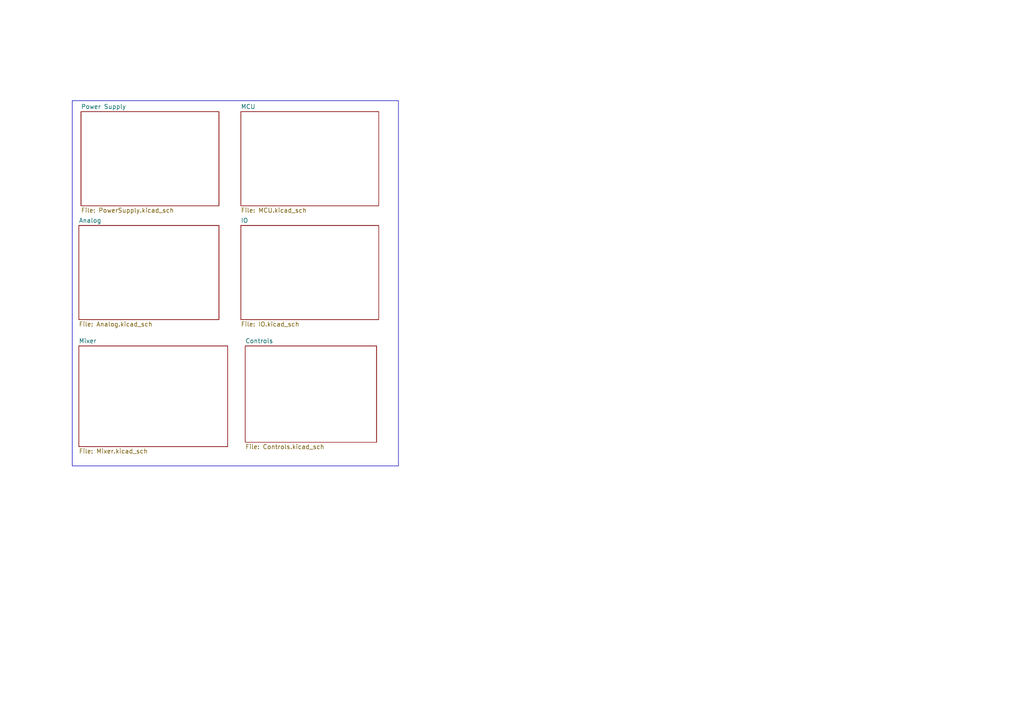
<source format=kicad_sch>
(kicad_sch (version 20230121) (generator eeschema)
  (paper "A4")
  (title_block (rev "1"))
  (lib_symbols)
  (rectangle (start 20.955 29.21) (end 115.57 135.128))
  (sheet (at 69.85 32.385) (size 40.005 27.305) (stroke (width 0.1524))
    (property "Sheetname" "MCU" (at 69.85 31.6734 0) (effects (justify left bottom)))
    (property "Sheetfile" "MCU.kicad_sch" (at 69.85 60.2746 0) (effects (justify left top)))
  )
  (sheet (at 22.86 100.33) (size 43.18 29.21) (stroke (width 0.1524))
    (property "Sheetname" "Mixer" (at 22.86 99.6184 0) (effects (justify left bottom)))
    (property "Sheetfile" "Mixer.kicad_sch" (at 22.86 130.1246 0) (effects (justify left top)))
  )
  (sheet (at 71.12 100.33) (size 38.1 27.94) (stroke (width 0.1524))
    (property "Sheetname" "Controls" (at 71.12 99.6184 0) (effects (justify left bottom)))
    (property "Sheetfile" "Controls.kicad_sch" (at 71.12 128.8546 0) (effects (justify left top)))
  )
  (sheet (at 22.86 65.405) (size 40.64 27.305) (stroke (width 0.1524))
    (property "Sheetname" "Analog" (at 22.86 64.6934 0) (effects (justify left bottom)))
    (property "Sheetfile" "Analog.kicad_sch" (at 22.86 93.2946 0) (effects (justify left top)))
  )
  (sheet (at 23.495 32.385) (size 40.005 27.305) (stroke (width 0.1524))
    (property "Sheetname" "Power Supply" (at 23.495 31.6734 0) (effects (justify left bottom)))
    (property "Sheetfile" "PowerSupply.kicad_sch" (at 23.495 60.2746 0) (effects (justify left top)))
  )
  (sheet (at 69.85 65.405) (size 40.005 27.305) (stroke (width 0.1524))
    (property "Sheetname" "IO" (at 69.85 64.6934 0) (effects (justify left bottom)))
    (property "Sheetfile" "IO.kicad_sch" (at 69.85 93.2946 0) (effects (justify left top)))
  )
)
</source>
